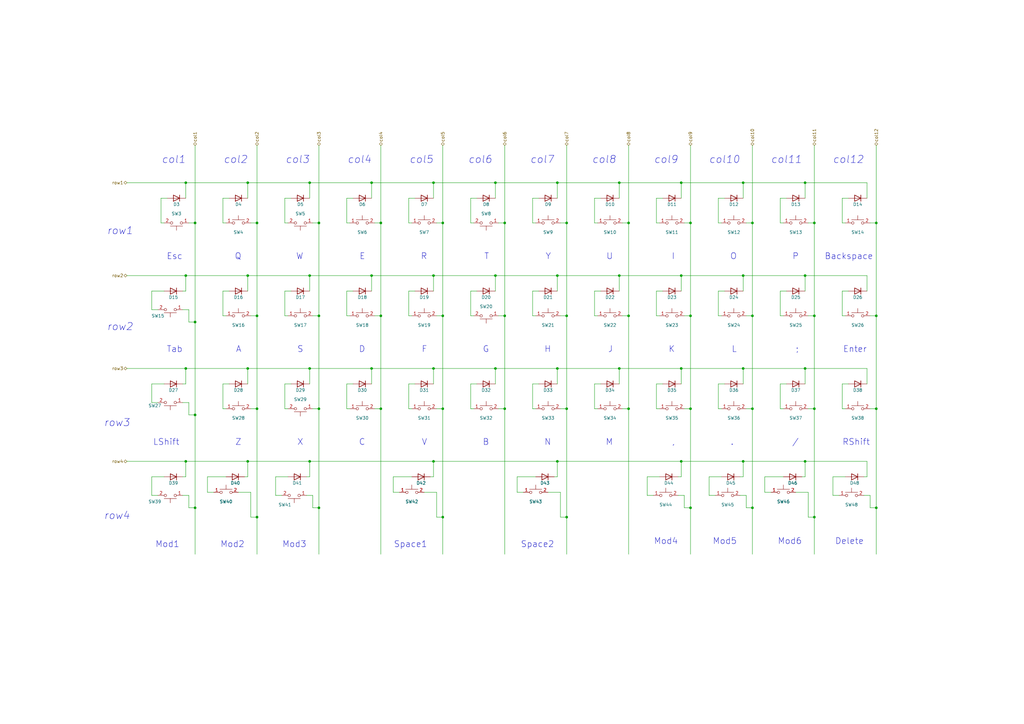
<source format=kicad_sch>
(kicad_sch (version 20211123) (generator eeschema)
  (paper "A3")
  (junction (at 232.41 91.44))
  (junction (at 254 74.93))
  (junction (at 304.8 189.23))
  (junction (at 228.6 74.93))
  (junction (at 80.01 170.18))
  (junction (at 228.6 113.03))
  (junction (at 101.6 189.23))
  (junction (at 279.4 151.13))
  (junction (at 254 151.13))
  (junction (at 232.41 167.64))
  (junction (at 105.41 167.64))
  (junction (at 257.81 129.54))
  (junction (at 279.4 189.23))
  (junction (at 232.41 129.54))
  (junction (at 304.8 74.93))
  (junction (at 203.2 113.03))
  (junction (at 105.41 91.44))
  (junction (at 228.6 189.23))
  (junction (at 181.61 91.44))
  (junction (at 152.4 113.03))
  (junction (at 254 113.03))
  (junction (at 228.6 151.13))
  (junction (at 177.8 74.93))
  (junction (at 257.81 91.44))
  (junction (at 177.8 113.03))
  (junction (at 308.61 167.64))
  (junction (at 359.41 91.44))
  (junction (at 156.21 129.54))
  (junction (at 359.41 208.28))
  (junction (at 334.01 167.64))
  (junction (at 181.61 129.54))
  (junction (at 76.2 74.93))
  (junction (at 177.8 151.13))
  (junction (at 156.21 167.64))
  (junction (at 181.61 167.64))
  (junction (at 334.01 91.44))
  (junction (at 308.61 129.54))
  (junction (at 127 74.93))
  (junction (at 130.81 167.64))
  (junction (at 283.21 91.44))
  (junction (at 330.2 151.13))
  (junction (at 76.2 113.03))
  (junction (at 308.61 91.44))
  (junction (at 279.4 113.03))
  (junction (at 330.2 189.23))
  (junction (at 334.01 129.54))
  (junction (at 203.2 151.13))
  (junction (at 283.21 167.64))
  (junction (at 130.81 208.28))
  (junction (at 80.01 91.44))
  (junction (at 330.2 74.93))
  (junction (at 257.81 167.64))
  (junction (at 152.4 74.93))
  (junction (at 279.4 74.93))
  (junction (at 101.6 74.93))
  (junction (at 76.2 151.13))
  (junction (at 156.21 91.44))
  (junction (at 130.81 91.44))
  (junction (at 127 189.23))
  (junction (at 207.01 129.54))
  (junction (at 308.61 208.28))
  (junction (at 127 113.03))
  (junction (at 207.01 91.44))
  (junction (at 359.41 129.54))
  (junction (at 101.6 151.13))
  (junction (at 304.8 151.13))
  (junction (at 203.2 74.93))
  (junction (at 80.01 208.28))
  (junction (at 101.6 113.03))
  (junction (at 207.01 167.64))
  (junction (at 304.8 113.03))
  (junction (at 177.8 189.23))
  (junction (at 127 151.13))
  (junction (at 283.21 129.54))
  (junction (at 283.21 208.28))
  (junction (at 105.41 129.54))
  (junction (at 76.2 189.23))
  (junction (at 130.81 129.54))
  (junction (at 80.01 132.08))
  (junction (at 330.2 113.03))
  (junction (at 232.41 212.09))
  (junction (at 152.4 151.13))
  (junction (at 334.01 212.09))
  (junction (at 359.41 167.64))
  (junction (at 181.61 212.09))
  (junction (at 105.41 212.09))
  (wire (pts (xy 91.44 129.54) (xy 92.71 129.54)))
  (wire (pts (xy 306.07 91.44) (xy 308.61 91.44)))
  (wire (pts (xy 269.24 81.28) (xy 269.24 91.44)))
  (wire (pts (xy 101.6 74.93) (xy 101.6 81.28)))
  (wire (pts (xy 243.84 129.54) (xy 245.11 129.54)))
  (wire (pts (xy 93.98 119.38) (xy 91.44 119.38)))
  (wire (pts (xy 304.8 151.13) (xy 330.2 151.13)))
  (wire (pts (xy 152.4 74.93) (xy 177.8 74.93)))
  (wire (pts (xy 130.81 129.54) (xy 130.81 167.64)))
  (wire (pts (xy 76.2 74.93) (xy 101.6 74.93)))
  (wire (pts (xy 207.01 129.54) (xy 207.01 167.64)))
  (wire (pts (xy 279.4 74.93) (xy 279.4 81.28)))
  (wire (pts (xy 161.29 195.58) (xy 161.29 201.93)))
  (wire (pts (xy 220.98 81.28) (xy 218.44 81.28)))
  (wire (pts (xy 113.03 195.58) (xy 113.03 203.2)))
  (wire (pts (xy 127 151.13) (xy 152.4 151.13)))
  (wire (pts (xy 330.2 151.13) (xy 330.2 157.48)))
  (wire (pts (xy 331.47 201.93) (xy 331.47 212.09)))
  (wire (pts (xy 279.4 151.13) (xy 304.8 151.13)))
  (wire (pts (xy 67.31 119.38) (xy 62.23 119.38)))
  (wire (pts (xy 303.53 203.2) (xy 306.07 203.2)))
  (wire (pts (xy 218.44 167.64) (xy 219.71 167.64)))
  (wire (pts (xy 356.87 129.54) (xy 359.41 129.54)))
  (wire (pts (xy 105.41 167.64) (xy 105.41 212.09)))
  (wire (pts (xy 179.07 212.09) (xy 181.61 212.09)))
  (wire (pts (xy 177.8 151.13) (xy 177.8 157.48)))
  (wire (pts (xy 152.4 74.93) (xy 152.4 81.28)))
  (wire (pts (xy 331.47 91.44) (xy 334.01 91.44)))
  (wire (pts (xy 105.41 59.69) (xy 105.41 91.44)))
  (wire (pts (xy 254 113.03) (xy 254 119.38)))
  (wire (pts (xy 320.04 91.44) (xy 321.31 91.44)))
  (wire (pts (xy 218.44 119.38) (xy 218.44 129.54)))
  (wire (pts (xy 76.2 113.03) (xy 101.6 113.03)))
  (wire (pts (xy 152.4 113.03) (xy 152.4 119.38)))
  (wire (pts (xy 167.64 119.38) (xy 167.64 129.54)))
  (wire (pts (xy 203.2 74.93) (xy 228.6 74.93)))
  (wire (pts (xy 116.84 129.54) (xy 118.11 129.54)))
  (wire (pts (xy 144.78 157.48) (xy 142.24 157.48)))
  (wire (pts (xy 232.41 129.54) (xy 232.41 167.64)))
  (wire (pts (xy 74.93 195.58) (xy 76.2 195.58)))
  (wire (pts (xy 356.87 208.28) (xy 359.41 208.28)))
  (wire (pts (xy 334.01 129.54) (xy 334.01 167.64)))
  (wire (pts (xy 330.2 189.23) (xy 355.6 189.23)))
  (wire (pts (xy 224.79 201.93) (xy 229.87 201.93)))
  (wire (pts (xy 76.2 151.13) (xy 101.6 151.13)))
  (wire (pts (xy 101.6 113.03) (xy 101.6 119.38)))
  (wire (pts (xy 193.04 91.44) (xy 194.31 91.44)))
  (wire (pts (xy 130.81 59.69) (xy 130.81 91.44)))
  (wire (pts (xy 119.38 119.38) (xy 116.84 119.38)))
  (wire (pts (xy 102.87 201.93) (xy 102.87 212.09)))
  (wire (pts (xy 303.53 195.58) (xy 304.8 195.58)))
  (wire (pts (xy 359.41 208.28) (xy 359.41 227.33)))
  (wire (pts (xy 128.27 129.54) (xy 130.81 129.54)))
  (wire (pts (xy 80.01 170.18) (xy 80.01 208.28)))
  (wire (pts (xy 168.91 195.58) (xy 161.29 195.58)))
  (wire (pts (xy 331.47 212.09) (xy 334.01 212.09)))
  (wire (pts (xy 269.24 119.38) (xy 269.24 129.54)))
  (wire (pts (xy 203.2 113.03) (xy 228.6 113.03)))
  (wire (pts (xy 193.04 129.54) (xy 194.31 129.54)))
  (wire (pts (xy 116.84 91.44) (xy 118.11 91.44)))
  (wire (pts (xy 74.93 203.2) (xy 77.47 203.2)))
  (wire (pts (xy 156.21 91.44) (xy 156.21 129.54)))
  (wire (pts (xy 347.98 157.48) (xy 345.44 157.48)))
  (wire (pts (xy 330.2 151.13) (xy 355.6 151.13)))
  (wire (pts (xy 80.01 91.44) (xy 80.01 132.08)))
  (wire (pts (xy 345.44 81.28) (xy 345.44 91.44)))
  (wire (pts (xy 156.21 167.64) (xy 156.21 227.33)))
  (wire (pts (xy 91.44 81.28) (xy 91.44 91.44)))
  (wire (pts (xy 195.58 81.28) (xy 193.04 81.28)))
  (wire (pts (xy 308.61 208.28) (xy 308.61 227.33)))
  (wire (pts (xy 359.41 91.44) (xy 359.41 129.54)))
  (wire (pts (xy 227.33 195.58) (xy 228.6 195.58)))
  (wire (pts (xy 128.27 208.28) (xy 130.81 208.28)))
  (wire (pts (xy 161.29 201.93) (xy 163.83 201.93)))
  (wire (pts (xy 193.04 157.48) (xy 193.04 167.64)))
  (wire (pts (xy 167.64 129.54) (xy 168.91 129.54)))
  (wire (pts (xy 306.07 167.64) (xy 308.61 167.64)))
  (wire (pts (xy 181.61 167.64) (xy 181.61 212.09)))
  (wire (pts (xy 176.53 195.58) (xy 177.8 195.58)))
  (wire (pts (xy 304.8 151.13) (xy 304.8 157.48)))
  (wire (pts (xy 125.73 195.58) (xy 127 195.58)))
  (wire (pts (xy 304.8 113.03) (xy 304.8 119.38)))
  (wire (pts (xy 177.8 195.58) (xy 177.8 189.23)))
  (wire (pts (xy 269.24 157.48) (xy 269.24 167.64)))
  (wire (pts (xy 345.44 129.54) (xy 346.71 129.54)))
  (wire (pts (xy 128.27 167.64) (xy 130.81 167.64)))
  (wire (pts (xy 359.41 129.54) (xy 359.41 167.64)))
  (wire (pts (xy 232.41 59.69) (xy 232.41 91.44)))
  (wire (pts (xy 321.31 195.58) (xy 313.69 195.58)))
  (wire (pts (xy 116.84 119.38) (xy 116.84 129.54)))
  (wire (pts (xy 283.21 208.28) (xy 283.21 227.33)))
  (wire (pts (xy 52.07 113.03) (xy 76.2 113.03)))
  (wire (pts (xy 246.38 157.48) (xy 243.84 157.48)))
  (wire (pts (xy 257.81 91.44) (xy 257.81 129.54)))
  (wire (pts (xy 102.87 212.09) (xy 105.41 212.09)))
  (wire (pts (xy 345.44 157.48) (xy 345.44 167.64)))
  (wire (pts (xy 347.98 119.38) (xy 345.44 119.38)))
  (wire (pts (xy 181.61 129.54) (xy 181.61 167.64)))
  (wire (pts (xy 144.78 81.28) (xy 142.24 81.28)))
  (wire (pts (xy 91.44 91.44) (xy 92.71 91.44)))
  (wire (pts (xy 170.18 119.38) (xy 167.64 119.38)))
  (wire (pts (xy 203.2 151.13) (xy 228.6 151.13)))
  (wire (pts (xy 297.18 119.38) (xy 294.64 119.38)))
  (wire (pts (xy 354.33 203.2) (xy 356.87 203.2)))
  (wire (pts (xy 130.81 208.28) (xy 130.81 227.33)))
  (wire (pts (xy 74.93 119.38) (xy 76.2 119.38)))
  (wire (pts (xy 152.4 151.13) (xy 177.8 151.13)))
  (wire (pts (xy 66.04 81.28) (xy 66.04 91.44)))
  (wire (pts (xy 308.61 167.64) (xy 308.61 208.28)))
  (wire (pts (xy 204.47 167.64) (xy 207.01 167.64)))
  (wire (pts (xy 308.61 129.54) (xy 308.61 167.64)))
  (wire (pts (xy 355.6 195.58) (xy 355.6 189.23)))
  (wire (pts (xy 101.6 113.03) (xy 127 113.03)))
  (wire (pts (xy 294.64 167.64) (xy 295.91 167.64)))
  (wire (pts (xy 294.64 119.38) (xy 294.64 129.54)))
  (wire (pts (xy 220.98 157.48) (xy 218.44 157.48)))
  (wire (pts (xy 255.27 91.44) (xy 257.81 91.44)))
  (wire (pts (xy 232.41 167.64) (xy 232.41 212.09)))
  (wire (pts (xy 128.27 203.2) (xy 128.27 208.28)))
  (wire (pts (xy 128.27 91.44) (xy 130.81 91.44)))
  (wire (pts (xy 52.07 74.93) (xy 76.2 74.93)))
  (wire (pts (xy 113.03 203.2) (xy 115.57 203.2)))
  (wire (pts (xy 283.21 91.44) (xy 283.21 129.54)))
  (wire (pts (xy 290.83 195.58) (xy 290.83 203.2)))
  (wire (pts (xy 219.71 195.58) (xy 212.09 195.58)))
  (wire (pts (xy 130.81 167.64) (xy 130.81 208.28)))
  (wire (pts (xy 77.47 208.28) (xy 80.01 208.28)))
  (wire (pts (xy 62.23 127) (xy 64.77 127)))
  (wire (pts (xy 153.67 129.54) (xy 156.21 129.54)))
  (wire (pts (xy 313.69 201.93) (xy 316.23 201.93)))
  (wire (pts (xy 203.2 113.03) (xy 203.2 119.38)))
  (wire (pts (xy 356.87 203.2) (xy 356.87 208.28)))
  (wire (pts (xy 308.61 91.44) (xy 308.61 129.54)))
  (wire (pts (xy 127 74.93) (xy 127 81.28)))
  (wire (pts (xy 328.93 195.58) (xy 330.2 195.58)))
  (wire (pts (xy 228.6 113.03) (xy 254 113.03)))
  (wire (pts (xy 306.07 203.2) (xy 306.07 208.28)))
  (wire (pts (xy 229.87 129.54) (xy 232.41 129.54)))
  (wire (pts (xy 177.8 151.13) (xy 203.2 151.13)))
  (wire (pts (xy 271.78 157.48) (xy 269.24 157.48)))
  (wire (pts (xy 330.2 113.03) (xy 330.2 119.38)))
  (wire (pts (xy 355.6 151.13) (xy 355.6 157.48)))
  (wire (pts (xy 290.83 203.2) (xy 293.37 203.2)))
  (wire (pts (xy 142.24 167.64) (xy 143.51 167.64)))
  (wire (pts (xy 229.87 91.44) (xy 232.41 91.44)))
  (wire (pts (xy 167.64 167.64) (xy 168.91 167.64)))
  (wire (pts (xy 359.41 59.69) (xy 359.41 91.44)))
  (wire (pts (xy 67.31 157.48) (xy 62.23 157.48)))
  (wire (pts (xy 331.47 129.54) (xy 334.01 129.54)))
  (wire (pts (xy 228.6 151.13) (xy 254 151.13)))
  (wire (pts (xy 76.2 157.48) (xy 76.2 151.13)))
  (wire (pts (xy 297.18 81.28) (xy 294.64 81.28)))
  (wire (pts (xy 243.84 91.44) (xy 245.11 91.44)))
  (wire (pts (xy 280.67 203.2) (xy 280.67 208.28)))
  (wire (pts (xy 179.07 129.54) (xy 181.61 129.54)))
  (wire (pts (xy 330.2 74.93) (xy 355.6 74.93)))
  (wire (pts (xy 142.24 119.38) (xy 142.24 129.54)))
  (wire (pts (xy 313.69 195.58) (xy 313.69 201.93)))
  (wire (pts (xy 62.23 165.1) (xy 64.77 165.1)))
  (wire (pts (xy 254 151.13) (xy 279.4 151.13)))
  (wire (pts (xy 77.47 203.2) (xy 77.47 208.28)))
  (wire (pts (xy 228.6 113.03) (xy 228.6 119.38)))
  (wire (pts (xy 218.44 81.28) (xy 218.44 91.44)))
  (wire (pts (xy 105.41 129.54) (xy 105.41 167.64)))
  (wire (pts (xy 347.98 81.28) (xy 345.44 81.28)))
  (wire (pts (xy 101.6 189.23) (xy 127 189.23)))
  (wire (pts (xy 341.63 203.2) (xy 344.17 203.2)))
  (wire (pts (xy 97.79 201.93) (xy 102.87 201.93)))
  (wire (pts (xy 278.13 203.2) (xy 280.67 203.2)))
  (wire (pts (xy 212.09 195.58) (xy 212.09 201.93)))
  (wire (pts (xy 102.87 129.54) (xy 105.41 129.54)))
  (wire (pts (xy 279.4 74.93) (xy 304.8 74.93)))
  (wire (pts (xy 193.04 167.64) (xy 194.31 167.64)))
  (wire (pts (xy 91.44 119.38) (xy 91.44 129.54)))
  (wire (pts (xy 345.44 119.38) (xy 345.44 129.54)))
  (wire (pts (xy 105.41 212.09) (xy 105.41 227.33)))
  (wire (pts (xy 77.47 91.44) (xy 80.01 91.44)))
  (wire (pts (xy 243.84 81.28) (xy 243.84 91.44)))
  (wire (pts (xy 346.71 195.58) (xy 341.63 195.58)))
  (wire (pts (xy 52.07 189.23) (xy 76.2 189.23)))
  (wire (pts (xy 269.24 91.44) (xy 270.51 91.44)))
  (wire (pts (xy 320.04 129.54) (xy 321.31 129.54)))
  (wire (pts (xy 283.21 59.69) (xy 283.21 91.44)))
  (wire (pts (xy 271.78 81.28) (xy 269.24 81.28)))
  (wire (pts (xy 334.01 59.69) (xy 334.01 91.44)))
  (wire (pts (xy 181.61 59.69) (xy 181.61 91.44)))
  (wire (pts (xy 229.87 201.93) (xy 229.87 212.09)))
  (wire (pts (xy 232.41 212.09) (xy 232.41 227.33)))
  (wire (pts (xy 179.07 201.93) (xy 179.07 212.09)))
  (wire (pts (xy 156.21 129.54) (xy 156.21 167.64)))
  (wire (pts (xy 67.31 195.58) (xy 62.23 195.58)))
  (wire (pts (xy 294.64 157.48) (xy 294.64 167.64)))
  (wire (pts (xy 280.67 91.44) (xy 283.21 91.44)))
  (wire (pts (xy 270.51 195.58) (xy 265.43 195.58)))
  (wire (pts (xy 254 74.93) (xy 279.4 74.93)))
  (wire (pts (xy 320.04 157.48) (xy 320.04 167.64)))
  (wire (pts (xy 271.78 119.38) (xy 269.24 119.38)))
  (wire (pts (xy 295.91 195.58) (xy 290.83 195.58)))
  (wire (pts (xy 170.18 81.28) (xy 167.64 81.28)))
  (wire (pts (xy 203.2 151.13) (xy 203.2 157.48)))
  (wire (pts (xy 77.47 132.08) (xy 80.01 132.08)))
  (wire (pts (xy 269.24 167.64) (xy 270.51 167.64)))
  (wire (pts (xy 177.8 113.03) (xy 177.8 119.38)))
  (wire (pts (xy 334.01 167.64) (xy 334.01 212.09)))
  (wire (pts (xy 334.01 91.44) (xy 334.01 129.54)))
  (wire (pts (xy 177.8 189.23) (xy 228.6 189.23)))
  (wire (pts (xy 142.24 91.44) (xy 143.51 91.44)))
  (wire (pts (xy 265.43 195.58) (xy 265.43 203.2)))
  (wire (pts (xy 278.13 195.58) (xy 279.4 195.58)))
  (wire (pts (xy 80.01 208.28) (xy 80.01 227.33)))
  (wire (pts (xy 228.6 195.58) (xy 228.6 189.23)))
  (wire (pts (xy 304.8 74.93) (xy 304.8 81.28)))
  (wire (pts (xy 294.64 81.28) (xy 294.64 91.44)))
  (wire (pts (xy 116.84 81.28) (xy 116.84 91.44)))
  (wire (pts (xy 345.44 167.64) (xy 346.71 167.64)))
  (wire (pts (xy 326.39 201.93) (xy 331.47 201.93)))
  (wire (pts (xy 179.07 167.64) (xy 181.61 167.64)))
  (wire (pts (xy 322.58 119.38) (xy 320.04 119.38)))
  (wire (pts (xy 130.81 91.44) (xy 130.81 129.54)))
  (wire (pts (xy 101.6 151.13) (xy 127 151.13)))
  (wire (pts (xy 280.67 208.28) (xy 283.21 208.28)))
  (wire (pts (xy 92.71 195.58) (xy 85.09 195.58)))
  (wire (pts (xy 355.6 113.03) (xy 355.6 119.38)))
  (wire (pts (xy 102.87 167.64) (xy 105.41 167.64)))
  (wire (pts (xy 279.4 151.13) (xy 279.4 157.48)))
  (wire (pts (xy 119.38 81.28) (xy 116.84 81.28)))
  (wire (pts (xy 91.44 157.48) (xy 91.44 167.64)))
  (wire (pts (xy 330.2 195.58) (xy 330.2 189.23)))
  (wire (pts (xy 207.01 167.64) (xy 207.01 227.33)))
  (wire (pts (xy 142.24 157.48) (xy 142.24 167.64)))
  (wire (pts (xy 76.2 189.23) (xy 101.6 189.23)))
  (wire (pts (xy 101.6 151.13) (xy 101.6 157.48)))
  (wire (pts (xy 85.09 201.93) (xy 87.63 201.93)))
  (wire (pts (xy 102.87 91.44) (xy 105.41 91.44)))
  (wire (pts (xy 152.4 151.13) (xy 152.4 157.48)))
  (wire (pts (xy 320.04 119.38) (xy 320.04 129.54)))
  (wire (pts (xy 105.41 91.44) (xy 105.41 129.54)))
  (wire (pts (xy 177.8 74.93) (xy 177.8 81.28)))
  (wire (pts (xy 177.8 74.93) (xy 203.2 74.93)))
  (wire (pts (xy 283.21 129.54) (xy 283.21 167.64)))
  (wire (pts (xy 127 189.23) (xy 177.8 189.23)))
  (wire (pts (xy 125.73 203.2) (xy 128.27 203.2)))
  (wire (pts (xy 181.61 91.44) (xy 181.61 129.54)))
  (wire (pts (xy 74.93 127) (xy 77.47 127)))
  (wire (pts (xy 167.64 91.44) (xy 168.91 91.44)))
  (wire (pts (xy 254 151.13) (xy 254 157.48)))
  (wire (pts (xy 177.8 113.03) (xy 203.2 113.03)))
  (wire (pts (xy 193.04 119.38) (xy 193.04 129.54)))
  (wire (pts (xy 280.67 167.64) (xy 283.21 167.64)))
  (wire (pts (xy 127 113.03) (xy 152.4 113.03)))
  (wire (pts (xy 118.11 195.58) (xy 113.03 195.58)))
  (wire (pts (xy 359.41 167.64) (xy 359.41 208.28)))
  (wire (pts (xy 304.8 189.23) (xy 330.2 189.23)))
  (wire (pts (xy 204.47 91.44) (xy 207.01 91.44)))
  (wire (pts (xy 297.18 157.48) (xy 294.64 157.48)))
  (wire (pts (xy 93.98 81.28) (xy 91.44 81.28)))
  (wire (pts (xy 204.47 129.54) (xy 207.01 129.54)))
  (wire (pts (xy 76.2 74.93) (xy 76.2 81.28)))
  (wire (pts (xy 152.4 113.03) (xy 177.8 113.03)))
  (wire (pts (xy 179.07 91.44) (xy 181.61 91.44)))
  (wire (pts (xy 93.98 157.48) (xy 91.44 157.48)))
  (wire (pts (xy 320.04 167.64) (xy 321.31 167.64)))
  (wire (pts (xy 257.81 167.64) (xy 257.81 227.33)))
  (wire (pts (xy 228.6 189.23) (xy 279.4 189.23)))
  (wire (pts (xy 228.6 151.13) (xy 228.6 157.48)))
  (wire (pts (xy 269.24 129.54) (xy 270.51 129.54)))
  (wire (pts (xy 74.93 157.48) (xy 76.2 157.48)))
  (wire (pts (xy 220.98 119.38) (xy 218.44 119.38)))
  (wire (pts (xy 304.8 195.58) (xy 304.8 189.23)))
  (wire (pts (xy 218.44 91.44) (xy 219.71 91.44)))
  (wire (pts (xy 74.93 165.1) (xy 77.47 165.1)))
  (wire (pts (xy 153.67 167.64) (xy 156.21 167.64)))
  (wire (pts (xy 355.6 74.93) (xy 355.6 81.28)))
  (wire (pts (xy 320.04 81.28) (xy 320.04 91.44)))
  (wire (pts (xy 116.84 167.64) (xy 118.11 167.64)))
  (wire (pts (xy 330.2 113.03) (xy 355.6 113.03)))
  (wire (pts (xy 218.44 157.48) (xy 218.44 167.64)))
  (wire (pts (xy 127 151.13) (xy 127 157.48)))
  (wire (pts (xy 228.6 74.93) (xy 254 74.93)))
  (wire (pts (xy 52.07 151.13) (xy 76.2 151.13)))
  (wire (pts (xy 341.63 195.58) (xy 341.63 203.2)))
  (wire (pts (xy 142.24 129.54) (xy 143.51 129.54)))
  (wire (pts (xy 257.81 59.69) (xy 257.81 91.44)))
  (wire (pts (xy 334.01 212.09) (xy 334.01 227.33)))
  (wire (pts (xy 304.8 74.93) (xy 330.2 74.93)))
  (wire (pts (xy 229.87 167.64) (xy 232.41 167.64)))
  (wire (pts (xy 127 195.58) (xy 127 189.23)))
  (wire (pts (xy 100.33 195.58) (xy 101.6 195.58)))
  (wire (pts (xy 80.01 59.69) (xy 80.01 91.44)))
  (wire (pts (xy 167.64 157.48) (xy 167.64 167.64)))
  (wire (pts (xy 354.33 195.58) (xy 355.6 195.58)))
  (wire (pts (xy 322.58 81.28) (xy 320.04 81.28)))
  (wire (pts (xy 144.78 119.38) (xy 142.24 119.38)))
  (wire (pts (xy 306.07 129.54) (xy 308.61 129.54)))
  (wire (pts (xy 279.4 113.03) (xy 304.8 113.03)))
  (wire (pts (xy 170.18 157.48) (xy 167.64 157.48)))
  (wire (pts (xy 279.4 195.58) (xy 279.4 189.23)))
  (wire (pts (xy 218.44 129.54) (xy 219.71 129.54)))
  (wire (pts (xy 76.2 119.38) (xy 76.2 113.03)))
  (wire (pts (xy 77.47 165.1) (xy 77.47 170.18)))
  (wire (pts (xy 62.23 195.58) (xy 62.23 203.2)))
  (wire (pts (xy 101.6 74.93) (xy 127 74.93)))
  (wire (pts (xy 257.81 129.54) (xy 257.81 167.64)))
  (wire (pts (xy 255.27 129.54) (xy 257.81 129.54)))
  (wire (pts (xy 294.64 91.44) (xy 295.91 91.44)))
  (wire (pts (xy 62.23 119.38) (xy 62.23 127)))
  (wire (pts (xy 304.8 113.03) (xy 330.2 113.03)))
  (wire (pts (xy 193.04 81.28) (xy 193.04 91.44)))
  (wire (pts (xy 228.6 74.93) (xy 228.6 81.28)))
  (wire (pts (xy 62.23 203.2) (xy 64.77 203.2)))
  (wire (pts (xy 142.24 81.28) (xy 142.24 91.44)))
  (wire (pts (xy 91.44 167.64) (xy 92.71 167.64)))
  (wire (pts (xy 255.27 167.64) (xy 257.81 167.64)))
  (wire (pts (xy 246.38 81.28) (xy 243.84 81.28)))
  (wire (pts (xy 127 113.03) (xy 127 119.38)))
  (wire (pts (xy 156.21 59.69) (xy 156.21 91.44)))
  (wire (pts (xy 66.04 91.44) (xy 67.31 91.44)))
  (wire (pts (xy 101.6 195.58) (xy 101.6 189.23)))
  (wire (pts (xy 279.4 189.23) (xy 304.8 189.23)))
  (wire (pts (xy 232.41 91.44) (xy 232.41 129.54)))
  (wire (pts (xy 195.58 157.48) (xy 193.04 157.48)))
  (wire (pts (xy 207.01 91.44) (xy 207.01 129.54)))
  (wire (pts (xy 356.87 91.44) (xy 359.41 91.44)))
  (wire (pts (xy 167.64 81.28) (xy 167.64 91.44)))
  (wire (pts (xy 246.38 119.38) (xy 243.84 119.38)))
  (wire (pts (xy 308.61 59.69) (xy 308.61 91.44)))
  (wire (pts (xy 254 74.93) (xy 254 81.28)))
  (wire (pts (xy 173.99 201.93) (xy 179.07 201.93)))
  (wire (pts (xy 254 113.03) (xy 279.4 113.03)))
  (wire (pts (xy 207.01 59.69) (xy 207.01 91.44)))
  (wire (pts (xy 243.84 157.48) (xy 243.84 167.64)))
  (wire (pts (xy 306.07 208.28) (xy 308.61 208.28)))
  (wire (pts (xy 294.64 129.54) (xy 295.91 129.54)))
  (wire (pts (xy 80.01 132.08) (xy 80.01 170.18)))
  (wire (pts (xy 212.09 201.93) (xy 214.63 201.93)))
  (wire (pts (xy 195.58 119.38) (xy 193.04 119.38)))
  (wire (pts (xy 116.84 157.48) (xy 116.84 167.64)))
  (wire (pts (xy 243.84 119.38) (xy 243.84 129.54)))
  (wire (pts (xy 76.2 195.58) (xy 76.2 189.23)))
  (wire (pts (xy 119.38 157.48) (xy 116.84 157.48)))
  (wire (pts (xy 283.21 167.64) (xy 283.21 208.28)))
  (wire (pts (xy 181.61 212.09) (xy 181.61 227.33)))
  (wire (pts (xy 331.47 167.64) (xy 334.01 167.64)))
  (wire (pts (xy 356.87 167.64) (xy 359.41 167.64)))
  (wire (pts (xy 127 74.93) (xy 152.4 74.93)))
  (wire (pts (xy 280.67 129.54) (xy 283.21 129.54)))
  (wire (pts (xy 68.58 81.28) (xy 66.04 81.28)))
  (wire (pts (xy 265.43 203.2) (xy 267.97 203.2)))
  (wire (pts (xy 77.47 127) (xy 77.47 132.08)))
  (wire (pts (xy 153.67 91.44) (xy 156.21 91.44)))
  (wire (pts (xy 345.44 91.44) (xy 346.71 91.44)))
  (wire (pts (xy 62.23 157.48) (xy 62.23 165.1)))
  (wire (pts (xy 243.84 167.64) (xy 245.11 167.64)))
  (wire (pts (xy 85.09 195.58) (xy 85.09 201.93)))
  (wire (pts (xy 279.4 113.03) (xy 279.4 119.38)))
  (wire (pts (xy 330.2 74.93) (xy 330.2 81.28)))
  (wire (pts (xy 322.58 157.48) (xy 320.04 157.48)))
  (wire (pts (xy 203.2 74.93) (xy 203.2 81.28)))
  (wire (pts (xy 229.87 212.09) (xy 232.41 212.09)))
  (wire (pts (xy 77.47 170.18) (xy 80.01 170.18)))
  (text "Backspace" (at 358.14 106.68 180) (effects (font (size 2.5 2.5)) (justify right bottom)))
  (text "col7" (at 227.33 67.31 180) (effects (font (size 3 3) italic) (justify right bottom)))
  (text "." (at 300.99 182.88 180) (effects (font (size 2.5 2.5)) (justify right bottom)))
  (text "D" (at 149.86 144.78 180) (effects (font (size 2.5 2.5)) (justify right bottom)))
  (text "S" (at 124.46 144.78 180) (effects (font (size 2.5 2.5)) (justify right bottom)))
  (text "col8" (at 252.73 67.31 180) (effects (font (size 3 3) italic) (justify right bottom)))
  (text "L" (at 302.26 144.78 180) (effects (font (size 2.5 2.5)) (justify right bottom)))
  (text "col9" (at 278.13 67.31 180) (effects (font (size 3 3) italic) (justify right bottom)))
  (text "Mod1" (at 73.66 224.79 180) (effects (font (size 2.5 2.5)) (justify right bottom)))
  (text "col12" (at 354.33 67.31 180) (effects (font (size 3 3) italic) (justify right bottom)))
  (text "K" (at 276.86 144.78 180) (effects (font (size 2.5 2.5)) (justify right bottom)))
  (text ";" (at 327.66 144.78 180) (effects (font (size 2.5 2.5)) (justify right bottom)))
  (text "col2" (at 101.6 67.31 180) (effects (font (size 3 3) italic) (justify right bottom)))
  (text "M" (at 251.46 182.88 180) (effects (font (size 2.5 2.5)) (justify right bottom)))
  (text "Y" (at 226.06 106.68 180) (effects (font (size 2.5 2.5)) (justify right bottom)))
  (text "Space2" (at 227.33 224.79 180) (effects (font (size 2.5 2.5)) (justify right bottom)))
  (text "Mod5" (at 302.26 223.52 180) (effects (font (size 2.5 2.5)) (justify right bottom)))
  (text "Tab" (at 74.93 144.78 180) (effects (font (size 2.5 2.5)) (justify right bottom)))
  (text "col11" (at 328.93 67.31 180) (effects (font (size 3 3) italic) (justify right bottom)))
  (text "R" (at 175.26 106.68 180) (effects (font (size 2.5 2.5)) (justify right bottom)))
  (text "P" (at 327.66 106.68 180) (effects (font (size 2.5 2.5)) (justify right bottom)))
  (text "C" (at 149.86 182.88 180) (effects (font (size 2.5 2.5)) (justify right bottom)))
  (text "LShift" (at 73.66 182.88 180) (effects (font (size 2.5 2.5)) (justify right bottom)))
  (text "row2" (at 54.61 135.89 180) (effects (font (size 3 3) italic) (justify right bottom)))
  (text "Mod4" (at 278.13 223.52 180) (effects (font (size 2.5 2.5)) (justify right bottom)))
  (text "X" (at 124.46 182.88 180) (effects (font (size 2.5 2.5)) (justify right bottom)))
  (text "Mod2" (at 100.33 224.79 180) (effects (font (size 2.5 2.5)) (justify right bottom)))
  (text "N" (at 226.06 182.88 180) (effects (font (size 2.5 2.5)) (justify right bottom)))
  (text "col5" (at 177.8 67.31 180) (effects (font (size 3 3) italic) (justify right bottom)))
  (text "V" (at 175.26 182.88 180) (effects (font (size 2.5 2.5)) (justify right bottom)))
  (text "Delete" (at 354.33 223.52 180) (effects (font (size 2.5 2.5)) (justify right bottom)))
  (text "G" (at 200.66 144.78 180) (effects (font (size 2.5 2.5)) (justify right bottom)))
  (text "Mod6" (at 328.93 223.52 180) (effects (font (size 2.5 2.5)) (justify right bottom)))
  (text "A" (at 99.06 144.78 180) (effects (font (size 2.5 2.5)) (justify right bottom)))
  (text "col10" (at 303.53 67.31 180) (effects (font (size 3 3) italic) (justify right bottom)))
  (text "H" (at 226.06 144.78 180) (effects (font (size 2.5 2.5)) (justify right bottom)))
  (text "row3" (at 53.34 175.26 180) (effects (font (size 3 3) italic) (justify right bottom)))
  (text "Z" (at 99.06 182.88 180) (effects (font (size 2.5 2.5)) (justify right bottom)))
  (text "RShift" (at 356.87 182.88 180) (effects (font (size 2.5 2.5)) (justify right bottom)))
  (text "J" (at 251.46 144.78 180) (effects (font (size 2.5 2.5)) (justify right bottom)))
  (text "I" (at 276.86 106.68 180) (effects (font (size 2.5 2.5)) (justify right bottom)))
  (text "col1" (at 76.2 67.31 180) (effects (font (size 3 3) italic) (justify right bottom)))
  (text "U" (at 251.46 106.68 180) (effects (font (size 2.5 2.5)) (justify right bottom)))
  (text "B" (at 200.66 182.88 180) (effects (font (size 2.5 2.5)) (justify right bottom)))
  (text "Esc" (at 74.93 106.68 180) (effects (font (size 2.5 2.5)) (justify right bottom)))
  (text "col3" (at 127 67.31 180) (effects (font (size 3 3) italic) (justify right bottom)))
  (text "F" (at 175.26 144.78 180) (effects (font (size 2.5 2.5)) (justify right bottom)))
  (text "Q" (at 99.06 106.68 180) (effects (font (size 2.5 2.5)) (justify right bottom)))
  (text "T" (at 200.66 106.68 180) (effects (font (size 2.5 2.5)) (justify right bottom)))
  (text "col4" (at 152.4 67.31 180) (effects (font (size 3 3) italic) (justify right bottom)))
  (text "O" (at 302.26 106.68 180) (effects (font (size 2.5 2.5)) (justify right bottom)))
  (text "/" (at 327.66 182.88 180) (effects (font (size 2.5 2.5)) (justify right bottom)))
  (text "W" (at 124.46 106.68 180) (effects (font (size 2.5 2.5)) (justify right bottom)))
  (text "," (at 276.86 182.88 180) (effects (font (size 2.5 2.5)) (justify right bottom)))
  (text "row1" (at 54.61 96.52 180) (effects (font (size 3 3) italic) (justify right bottom)))
  (text "Enter" (at 355.6 144.78 180) (effects (font (size 2.5 2.5)) (justify right bottom)))
  (text "col6" (at 201.93 67.31 180) (effects (font (size 3 3) italic) (justify right bottom)))
  (text "Mod3" (at 125.73 224.79 180) (effects (font (size 2.5 2.5)) (justify right bottom)))
  (text "E" (at 149.86 106.68 180) (effects (font (size 2.5 2.5)) (justify right bottom)))
  (text "row4" (at 53.34 213.36 180) (effects (font (size 3 3) italic) (justify right bottom)))
  (text "Space1" (at 175.26 224.79 180) (effects (font (size 2.5 2.5)) (justify right bottom)))
  (hierarchical_label "row4" (shape bidirectional) (at 52.07 189.23 180))
  (hierarchical_label "col10" (shape bidirectional) (at 308.61 59.69 90))
  (hierarchical_label "col4" (shape bidirectional) (at 156.21 59.69 90))
  (hierarchical_label "col1" (shape bidirectional) (at 80.01 59.69 90))
  (hierarchical_label "row3" (shape bidirectional) (at 52.07 151.13 180))
  (hierarchical_label "col11" (shape bidirectional) (at 334.01 59.69 90))
  (hierarchical_label "row1" (shape bidirectional) (at 52.07 74.93 180))
  (hierarchical_label "col6" (shape bidirectional) (at 207.01 59.69 90))
  (hierarchical_label "col3" (shape bidirectional) (at 130.81 59.69 90))
  (hierarchical_label "col12" (shape bidirectional) (at 359.41 59.69 90))
  (hierarchical_label "col2" (shape bidirectional) (at 105.41 59.69 90))
  (hierarchical_label "col5" (shape bidirectional) (at 181.61 59.69 90))
  (hierarchical_label "row2" (shape bidirectional) (at 52.07 113.03 180))
  (hierarchical_label "col8" (shape bidirectional) (at 257.81 59.69 90))
  (hierarchical_label "col9" (shape bidirectional) (at 283.21 59.69 90))
  (hierarchical_label "col7" (shape bidirectional) (at 232.41 59.69 90))
  (symbol (lib_id "Diode:1N4148") (at 299.72 195.58 180) (unit 1)
    (property "Reference" "D45" (at 299.72 198.12 0))
    (property "Value" "1N4148" (effects hide))
    (property "Footprint" "Diode_SMD:D_0805_2012Metric" (effects hide))
    (property "Datasheet" "https://assets.nexperia.com/documents/data-sheet/1N4148_1N4448.pdf" (effects hide))
  )
  (symbol (lib_id "Diode:1N4148") (at 223.52 195.58 180) (unit 1)
    (property "Reference" "D43" (at 223.52 198.12 0))
    (property "Value" "1N4148" (effects hide))
    (property "Footprint" "Diode_SMD:D_0805_2012Metric" (effects hide))
    (property "Datasheet" "https://assets.nexperia.com/documents/data-sheet/1N4148_1N4448.pdf" (effects hide))
  )
  (symbol (lib_id "Diode:1N4148") (at 71.12 195.58 180) (unit 1)
    (property "Reference" "D39" (at 71.12 198.12 0))
    (property "Value" "1N4148" (effects hide))
    (property "Footprint" "Diode_SMD:D_0805_2012Metric" (effects hide))
    (property "Datasheet" "https://assets.nexperia.com/documents/data-sheet/1N4148_1N4448.pdf" (effects hide))
  )
  (symbol (lib_id "Diode:1N4148") (at 326.39 157.48 180) (unit 1)
    (property "Reference" "D37" (at 326.39 160.02 0))
    (property "Value" "1N4148" (effects hide))
    (property "Footprint" "Diode_SMD:D_0805_2012Metric" (effects hide))
    (property "Datasheet" "https://assets.nexperia.com/documents/data-sheet/1N4148_1N4448.pdf" (effects hide))
  )
  (symbol (lib_id "Switch:SW_Push") (at 123.19 167.64 180) (unit 1)
    (property "Reference" "SW29" (at 123.19 163.83 0))
    (property "Value" "SW_Push" (effects hide))
    (property "Footprint" "Switch_Keyboard_Hotswap_Kailh.pretty:SW_Hotswap_Kailh_MX" (effects hide))
  )
  (symbol (lib_id "Switch:SW_Push") (at 120.65 203.2 180) (unit 1)
    (property "Reference" "SW41" (at 116.84 207.01 0))
    (property "Value" "SW_Push" (effects hide))
    (property "Footprint" "Switch_Keyboard_Hotswap_Kailh.pretty:SW_Hotswap_Kailh_MX" (effects hide))
  )
  (symbol (lib_id "Diode:1N4148") (at 224.79 119.38 180) (unit 1)
    (property "Reference" "D21" (at 224.79 121.92 0))
    (property "Value" "1N4148" (effects hide))
    (property "Footprint" "Diode_SMD:D_0805_2012Metric" (effects hide))
    (property "Datasheet" "https://assets.nexperia.com/documents/data-sheet/1N4148_1N4448.pdf" (effects hide))
  )
  (symbol (lib_id "Diode:1N4148") (at 224.79 157.48 180) (unit 1)
    (property "Reference" "D33" (at 224.79 160.02 0))
    (property "Value" "1N4148" (effects hide))
    (property "Footprint" "Diode_SMD:D_0805_2012Metric" (effects hide))
    (property "Datasheet" "https://assets.nexperia.com/documents/data-sheet/1N4148_1N4448.pdf" (effects hide))
  )
  (symbol (lib_id "Diode:1N4148") (at 300.99 157.48 180) (unit 1)
    (property "Reference" "D36" (at 300.99 160.02 0))
    (property "Value" "1N4148" (effects hide))
    (property "Footprint" "Diode_SMD:D_0805_2012Metric" (effects hide))
    (property "Datasheet" "https://assets.nexperia.com/documents/data-sheet/1N4148_1N4448.pdf" (effects hide))
  )
  (symbol (lib_id "Diode:1N4148") (at 275.59 81.28 180) (unit 1)
    (property "Reference" "D11" (at 275.59 83.82 0))
    (property "Value" "1N4148" (effects hide))
    (property "Footprint" "Diode_SMD:D_0805_2012Metric" (effects hide))
    (property "Datasheet" "https://assets.nexperia.com/documents/data-sheet/1N4148_1N4448.pdf" (effects hide))
  )
  (symbol (lib_id "Diode:1N4148") (at 148.59 81.28 180) (unit 1)
    (property "Reference" "D6" (at 148.59 83.82 0))
    (property "Value" "1N4148" (effects hide))
    (property "Footprint" "Diode_SMD:D_0805_2012Metric" (effects hide))
    (property "Datasheet" "https://assets.nexperia.com/documents/data-sheet/1N4148_1N4448.pdf" (effects hide))
  )
  (symbol (lib_id "Diode:1N4148") (at 121.92 195.58 180) (unit 1)
    (property "Reference" "D41" (at 121.92 198.12 0))
    (property "Value" "1N4148" (effects hide))
    (property "Footprint" "Diode_SMD:D_0805_2012Metric" (effects hide))
    (property "Datasheet" "https://assets.nexperia.com/documents/data-sheet/1N4148_1N4448.pdf" (effects hide))
  )
  (symbol (lib_id "Switch:SW_Push") (at 199.39 167.64 0) (unit 1)
    (property "Reference" "SW32" (at 199.39 171.45 0))
    (property "Value" "SW_Push" (effects hide))
    (property "Footprint" "Switch_Keyboard_Hotswap_Kailh.pretty:SW_Hotswap_Kailh_MX" (effects hide))
  )
  (symbol (lib_id "Diode:1N4148") (at 199.39 81.28 180) (unit 1)
    (property "Reference" "D8" (at 199.39 83.82 0))
    (property "Value" "1N4148" (effects hide))
    (property "Footprint" "Diode_SMD:D_0805_2012Metric" (effects hide))
    (property "Datasheet" "https://assets.nexperia.com/documents/data-sheet/1N4148_1N4448.pdf" (effects hide))
  )
  (symbol (lib_id "Diode:1N4148") (at 351.79 119.38 180) (unit 1)
    (property "Reference" "D26" (at 351.79 121.92 0))
    (property "Value" "1N4148" (effects hide))
    (property "Footprint" "Diode_SMD:D_0805_2012Metric" (effects hide))
    (property "Datasheet" "https://assets.nexperia.com/documents/data-sheet/1N4148_1N4448.pdf" (effects hide))
  )
  (symbol (lib_id "Diode:1N4148") (at 250.19 119.38 180) (unit 1)
    (property "Reference" "D22" (at 250.19 121.92 0))
    (property "Value" "1N4148" (effects hide))
    (property "Footprint" "Diode_SMD:D_0805_2012Metric" (effects hide))
    (property "Datasheet" "https://assets.nexperia.com/documents/data-sheet/1N4148_1N4448.pdf" (effects hide))
  )
  (symbol (lib_id "Diode:1N4148") (at 97.79 157.48 180) (unit 1)
    (property "Reference" "D28" (at 97.79 160.02 0))
    (property "Value" "1N4148" (effects hide))
    (property "Footprint" "Diode_SMD:D_0805_2012Metric" (effects hide))
    (property "Datasheet" "https://assets.nexperia.com/documents/data-sheet/1N4148_1N4448.pdf" (effects hide))
  )
  (symbol (lib_id "Switch:SW_Push") (at 148.59 129.54 0) (unit 1)
    (property "Reference" "SW18" (at 148.59 133.35 0))
    (property "Value" "SW_Push" (effects hide))
    (property "Footprint" "Switch_Keyboard_Hotswap_Kailh.pretty:SW_Hotswap_Kailh_MX" (effects hide))
  )
  (symbol (lib_id "Switch:SW_Push") (at 275.59 129.54 0) (unit 1)
    (property "Reference" "SW23" (at 275.59 133.35 0))
    (property "Value" "SW_Push" (effects hide))
    (property "Footprint" "Switch_Keyboard_Hotswap_Kailh.pretty:SW_Hotswap_Kailh_MX" (effects hide))
  )
  (symbol (lib_id "Switch:SW_Push") (at 69.85 127 180) (unit 1)
    (property "Reference" "SW15" (at 64.77 129.54 0))
    (property "Value" "SW_Push" (effects hide))
    (property "Footprint" "Switch_Keyboard_Hotswap_Kailh.pretty:SW_Hotswap_Kailh_MX" (effects hide))
  )
  (symbol (lib_id "Switch:SW_Push") (at 69.85 203.2 180) (unit 1)
    (property "Reference" "SW39" (at 63.5 205.74 0))
    (property "Value" "SW_Push" (effects hide))
    (property "Footprint" "Switch_Keyboard_Hotswap_Kailh.pretty:SW_Hotswap_Kailh_MX" (effects hide))
  )
  (symbol (lib_id "Diode:1N4148") (at 71.12 119.38 180) (unit 1)
    (property "Reference" "D15" (at 71.12 121.92 0))
    (property "Value" "1N4148" (effects hide))
    (property "Footprint" "Diode_SMD:D_0805_2012Metric" (effects hide))
    (property "Datasheet" "https://assets.nexperia.com/documents/data-sheet/1N4148_1N4448.pdf" (effects hide))
  )
  (symbol (lib_id "Switch:SW_Push") (at 298.45 203.2 0) (unit 1)
    (property "Reference" "SW45" (at 298.45 207.01 0))
    (property "Value" "SW_Push" (effects hide))
    (property "Footprint" "Switch_Keyboard_Hotswap_Kailh.pretty:SW_Hotswap_Kailh_MX" (effects hide))
  )
  (symbol (lib_id "Switch:SW_Push") (at 199.39 91.44 180) (unit 1)
    (property "Reference" "SW8" (at 199.39 87.63 0))
    (property "Value" "SW_Push" (effects hide))
    (property "Footprint" "Switch_Keyboard_Hotswap_Kailh.pretty:SW_Hotswap_Kailh_MX" (effects hide))
  )
  (symbol (lib_id "Diode:1N4148") (at 199.39 157.48 180) (unit 1)
    (property "Reference" "D32" (at 199.39 160.02 0))
    (property "Value" "1N4148" (effects hide))
    (property "Footprint" "Diode_SMD:D_0805_2012Metric" (effects hide))
    (property "Datasheet" "https://assets.nexperia.com/documents/data-sheet/1N4148_1N4448.pdf" (effects hide))
  )
  (symbol (lib_id "Switch:SW_Push") (at 300.99 167.64 0) (unit 1)
    (property "Reference" "SW36" (at 300.99 171.45 0))
    (property "Value" "SW_Push" (effects hide))
    (property "Footprint" "Switch_Keyboard_Hotswap_Kailh.pretty:SW_Hotswap_Kailh_MX" (effects hide))
  )
  (symbol (lib_id "Switch:SW_Push") (at 250.19 129.54 0) (unit 1)
    (property "Reference" "SW22" (at 250.19 133.35 0))
    (property "Value" "SW_Push" (effects hide))
    (property "Footprint" "Switch_Keyboard_Hotswap_Kailh.pretty:SW_Hotswap_Kailh_MX" (effects hide))
  )
  (symbol (lib_id "Diode:1N4148") (at 148.59 157.48 180) (unit 1)
    (property "Reference" "D30" (at 148.59 160.02 0))
    (property "Value" "1N4148" (effects hide))
    (property "Footprint" "Diode_SMD:D_0805_2012Metric" (effects hide))
    (property "Datasheet" "https://assets.nexperia.com/documents/data-sheet/1N4148_1N4448.pdf" (effects hide))
  )
  (symbol (lib_id "Diode:1N4148") (at 123.19 119.38 180) (unit 1)
    (property "Reference" "D17" (at 123.19 121.92 0))
    (property "Value" "1N4148" (effects hide))
    (property "Footprint" "Diode_SMD:D_0805_2012Metric" (effects hide))
    (property "Datasheet" "https://assets.nexperia.com/documents/data-sheet/1N4148_1N4448.pdf" (effects hide))
  )
  (symbol (lib_id "Switch:SW_Push") (at 168.91 201.93 0) (unit 1)
    (property "Reference" "SW42" (at 168.91 205.74 0))
    (property "Value" "SW_Push" (effects hide))
    (property "Footprint" "Switch_Keyboard_Hotswap_Kailh.pretty:SW_Hotswap_Kailh_MX" (effects hide))
  )
  (symbol (lib_id "Switch:SW_Push") (at 123.19 129.54 0) (unit 1)
    (property "Reference" "SW17" (at 123.19 133.35 0))
    (property "Value" "SW_Push" (effects hide))
    (property "Footprint" "Switch_Keyboard_Hotswap_Kailh.pretty:SW_Hotswap_Kailh_MX" (effects hide))
  )
  (symbol (lib_id "Switch:SW_Push") (at 326.39 129.54 0) (unit 1)
    (property "Reference" "SW25" (at 326.39 133.35 0))
    (property "Value" "SW_Push" (effects hide))
    (property "Footprint" "Switch_Keyboard_Hotswap_Kailh.pretty:SW_Hotswap_Kailh_MX" (effects hide))
  )
  (symbol (lib_id "Switch:SW_Push") (at 275.59 91.44 0) (unit 1)
    (property "Reference" "SW11" (at 275.59 95.25 0))
    (property "Value" "SW_Push" (effects hide))
    (property "Footprint" "Switch_Keyboard_Hotswap_Kailh.pretty:SW_Hotswap_Kailh_MX" (effects hide))
  )
  (symbol (lib_id "Diode:1N4148") (at 250.19 157.48 180) (unit 1)
    (property "Reference" "D34" (at 250.19 160.02 0))
    (property "Value" "1N4148" (effects hide))
    (property "Footprint" "Diode_SMD:D_0805_2012Metric" (effects hide))
    (property "Datasheet" "https://assets.nexperia.com/documents/data-sheet/1N4148_1N4448.pdf" (effects hide))
  )
  (symbol (lib_id "Switch:SW_Push") (at 199.39 129.54 180) (unit 1)
    (property "Reference" "SW20" (at 199.39 125.73 0))
    (property "Value" "SW_Push" (effects hide))
    (property "Footprint" "Switch_Keyboard_Hotswap_Kailh.pretty:SW_Hotswap_Kailh_MX" (effects hide))
  )
  (symbol (lib_id "Switch:SW_Push") (at 326.39 167.64 0) (unit 1)
    (property "Reference" "SW37" (at 326.39 171.45 0))
    (property "Value" "SW_Push" (effects hide))
    (property "Footprint" "Switch_Keyboard_Hotswap_Kailh.pretty:SW_Hotswap_Kailh_MX" (effects hide))
  )
  (symbol (lib_id "Switch:SW_Push") (at 321.31 201.93 0) (unit 1)
    (property "Reference" "SW46" (at 321.31 205.74 0))
    (property "Value" "SW_Push" (effects hide))
    (property "Footprint" "Switch_Keyboard_Hotswap_Kailh.pretty:SW_Hotswap_Kailh_MX" (effects hide))
  )
  (symbol (lib_id "Switch:SW_Push") (at 173.99 167.64 0) (unit 1)
    (property "Reference" "SW31" (at 173.99 171.45 0))
    (property "Value" "SW_Push" (effects hide))
    (property "Footprint" "Switch_Keyboard_Hotswap_Kailh.pretty:SW_Hotswap_Kailh_MX" (effects hide))
  )
  (symbol (lib_id "Diode:1N4148") (at 71.12 157.48 180) (unit 1)
    (property "Reference" "D27" (at 71.12 160.02 0))
    (property "Value" "1N4148" (effects hide))
    (property "Footprint" "Diode_SMD:D_0805_2012Metric" (effects hide))
    (property "Datasheet" "https://assets.nexperia.com/documents/data-sheet/1N4148_1N4448.pdf" (effects hide))
  )
  (symbol (lib_id "Switch:SW_Push") (at 224.79 167.64 0) (unit 1)
    (property "Reference" "SW33" (at 224.79 171.45 0))
    (property "Value" "SW_Push" (effects hide))
    (property "Footprint" "Switch_Keyboard_Hotswap_Kailh.pretty:SW_Hotswap_Kailh_MX" (effects hide))
  )
  (symbol (lib_id "Switch:SW_Push") (at 123.19 91.44 180) (unit 1)
    (property "Reference" "SW5" (at 123.19 87.63 0))
    (property "Value" "SW_Push" (effects hide))
    (property "Footprint" "Switch_Keyboard_Hotswap_Kailh.pretty:SW_Hotswap_Kailh_MX" (effects hide))
  )
  (symbol (lib_id "Diode:1N4148") (at 123.19 81.28 180) (unit 1)
    (property "Reference" "D5" (at 123.19 83.82 0))
    (property "Value" "1N4148" (effects hide))
    (property "Footprint" "Diode_SMD:D_0805_2012Metric" (effects hide))
    (property "Datasheet" "https://assets.nexperia.com/documents/data-sheet/1N4148_1N4448.pdf" (effects hide))
  )
  (symbol (lib_id "Diode:1N4148") (at 172.72 195.58 180) (unit 1)
    (property "Reference" "D42" (at 172.72 198.12 0))
    (property "Value" "1N4148" (effects hide))
    (property "Footprint" "Diode_SMD:D_0805_2012Metric" (effects hide))
    (property "Datasheet" "https://assets.nexperia.com/documents/data-sheet/1N4148_1N4448.pdf" (effects hide))
  )
  (symbol (lib_id "Diode:1N4148") (at 300.99 81.28 180) (unit 1)
    (property "Reference" "D12" (at 300.99 83.82 0))
    (property "Value" "1N4148" (effects hide))
    (property "Footprint" "Diode_SMD:D_0805_2012Metric" (effects hide))
    (property "Datasheet" "https://assets.nexperia.com/documents/data-sheet/1N4148_1N4448.pdf" (effects hide))
  )
  (symbol (lib_id "Switch:SW_Push") (at 300.99 91.44 0) (unit 1)
    (property "Reference" "SW12" (at 300.99 95.25 0))
    (property "Value" "SW_Push" (effects hide))
    (property "Footprint" "Switch_Keyboard_Hotswap_Kailh.pretty:SW_Hotswap_Kailh_MX" (effects hide))
  )
  (symbol (lib_id "Switch:SW_Push") (at 250.19 91.44 0) (unit 1)
    (property "Reference" "SW10" (at 250.19 95.25 0))
    (property "Value" "SW_Push" (effects hide))
    (property "Footprint" "Switch_Keyboard_Hotswap_Kailh.pretty:SW_Hotswap_Kailh_MX" (effects hide))
  )
  (symbol (lib_id "Switch:SW_Push") (at 97.79 129.54 0) (unit 1)
    (property "Reference" "SW16" (at 97.79 133.35 0))
    (property "Value" "SW_Push" (effects hide))
    (property "Footprint" "Switch_Keyboard_Hotswap_Kailh.pretty:SW_Hotswap_Kailh_MX" (effects hide))
  )
  (symbol (lib_id "Switch:SW_Push") (at 69.85 165.1 180) (unit 1)
    (property "Reference" "SW27" (at 63.5 166.37 0))
    (property "Value" "SW_Push" (effects hide))
    (property "Footprint" "Switch_Keyboard_Hotswap_Kailh.pretty:SW_Hotswap_Kailh_MX" (effects hide))
  )
  (symbol (lib_id "Diode:1N4148") (at 274.32 195.58 180) (unit 1)
    (property "Reference" "D44" (at 274.32 198.12 0))
    (property "Value" "1N4148" (effects hide))
    (property "Footprint" "Diode_SMD:D_0805_2012Metric" (effects hide))
    (property "Datasheet" "https://assets.nexperia.com/documents/data-sheet/1N4148_1N4448.pdf" (effects hide))
  )
  (symbol (lib_id "Switch:SW_Push") (at 275.59 167.64 0) (unit 1)
    (property "Reference" "SW35" (at 275.59 171.45 0))
    (property "Value" "SW_Push" (effects hide))
    (property "Footprint" "Switch_Keyboard_Hotswap_Kailh.pretty:SW_Hotswap_Kailh_MX" (effects hide))
  )
  (symbol (lib_id "Diode:1N4148") (at 173.99 119.38 180) (unit 1)
    (property "Reference" "D19" (at 173.99 121.92 0))
    (property "Value" "1N4148" (effects hide))
    (property "Footprint" "Diode_SMD:D_0805_2012Metric" (effects hide))
    (property "Datasheet" "https://assets.nexperia.com/documents/data-sheet/1N4148_1N4448.pdf" (effects hide))
  )
  (symbol (lib_id "Diode:1N4148") (at 96.52 195.58 180) (unit 1)
    (property "Reference" "D40" (at 96.52 198.12 0))
    (property "Value" "1N4148" (effects hide))
    (property "Footprint" "Diode_SMD:D_0805_2012Metric" (effects hide))
    (property "Datasheet" "https://assets.nexperia.com/documents/data-sheet/1N4148_1N4448.pdf" (effects hide))
  )
  (symbol (lib_id "Switch:SW_Push") (at 148.59 91.44 0) (unit 1)
    (property "Reference" "SW6" (at 148.59 95.25 0))
    (property "Value" "SW_Push" (effects hide))
    (property "Footprint" "Switch_Keyboard_Hotswap_Kailh.pretty:SW_Hotswap_Kailh_MX" (effects hide))
  )
  (symbol (lib_id "Switch:SW_Push") (at 97.79 167.64 0) (unit 1)
    (property "Reference" "SW28" (at 97.79 171.45 0))
    (property "Value" "SW_Push" (effects hide))
    (property "Footprint" "Switch_Keyboard_Hotswap_Kailh.pretty:SW_Hotswap_Kailh_MX" (effects hide))
  )
  (symbol (lib_id "Switch:SW_Push") (at 349.25 203.2 0) (unit 1)
    (property "Reference" "SW48" (at 349.25 207.01 0))
    (property "Value" "SW_Push" (effects hide))
    (property "Footprint" "Switch_Keyboard_Hotswap_Kailh.pretty:SW_Hotswap_Kailh_MX" (effects hide))
  )
  (symbol (lib_id "Diode:1N4148") (at 351.79 157.48 180) (unit 1)
    (property "Reference" "D38" (at 351.79 160.02 0))
    (property "Value" "1N4148" (effects hide))
    (property "Footprint" "Diode_SMD:D_0805_2012Metric" (effects hide))
    (property "Datasheet" "https://assets.nexperia.com/documents/data-sheet/1N4148_1N4448.pdf" (effects hide))
  )
  (symbol (lib_id "Diode:1N4148") (at 123.19 157.48 180) (unit 1)
    (property "Reference" "D29" (at 123.19 160.02 0))
    (property "Value" "1N4148" (effects hide))
    (property "Footprint" "Diode_SMD:D_0805_2012Metric" (effects hide))
    (property "Datasheet" "https://assets.nexperia.com/documents/data-sheet/1N4148_1N4448.pdf" (effects hide))
  )
  (symbol (lib_id "Switch:SW_Push") (at 97.79 91.44 0) (unit 1)
    (property "Reference" "SW4" (at 97.79 95.25 0))
    (property "Value" "SW_Push" (effects hide))
    (property "Footprint" "Switch_Keyboard_Hotswap_Kailh.pretty:SW_Hotswap_Kailh_MX" (effects hide))
  )
  (symbol (lib_id "Diode:1N4148") (at 148.59 119.38 180) (unit 1)
    (property "Reference" "D18" (at 148.59 121.92 0))
    (property "Value" "1N4148" (effects hide))
    (property "Footprint" "Diode_SMD:D_0805_2012Metric" (effects hide))
    (property "Datasheet" "https://assets.nexperia.com/documents/data-sheet/1N4148_1N4448.pdf" (effects hide))
  )
  (symbol (lib_id "Diode:1N4148") (at 173.99 81.28 180) (unit 1)
    (property "Reference" "D7" (at 173.99 83.82 0))
    (property "Value" "1N4148" (effects hide))
    (property "Footprint" "Diode_SMD:D_0805_2012Metric" (effects hide))
    (property "Datasheet" "https://assets.nexperia.com/documents/data-sheet/1N4148_1N4448.pdf" (effects hide))
  )
  (symbol (lib_id "Diode:1N4148") (at 199.39 119.38 180) (unit 1)
    (property "Reference" "D20" (at 199.39 121.92 0))
    (property "Value" "1N4148" (effects hide))
    (property "Footprint" "Diode_SMD:D_0805_2012Metric" (effects hide))
    (property "Datasheet" "https://assets.nexperia.com/documents/data-sheet/1N4148_1N4448.pdf" (effects hide))
  )
  (symbol (lib_id "Diode:1N4148") (at 97.79 81.28 180) (unit 1)
    (property "Reference" "D4" (at 97.79 83.82 0))
    (property "Value" "1N4148" (effects hide))
    (property "Footprint" "Diode_SMD:D_0805_2012Metric" (effects hide))
    (property "Datasheet" "https://assets.nexperia.com/documents/data-sheet/1N4148_1N4448.pdf" (effects hide))
  )
  (symbol (lib_id "Switch:SW_Push") (at 219.71 201.93 0) (unit 1)
    (property "Reference" "SW43" (at 219.71 205.74 0))
    (property "Value" "SW_Push" (effects hide))
    (property "Footprint" "Switch_Keyboard_Hotswap_Kailh.pretty:SW_Hotswap_Kailh_MX" (effects hide))
  )
  (symbol (lib_id "Switch:SW_Push") (at 173.99 91.44 0) (unit 1)
    (property "Reference" "SW7" (at 173.99 95.25 0))
    (property "Value" "SW_Push" (effects hide))
    (property "Footprint" "Switch_Keyboard_Hotswap_Kailh.pretty:SW_Hotswap_Kailh_MX" (effects hide))
  )
  (symbol (lib_id "Diode:1N4148") (at 72.39 81.28 180) (unit 1)
    (property "Reference" "D3" (at 72.39 83.82 0))
    (property "Value" "1N4148" (effects hide))
    (property "Footprint" "Diode_SMD:D_0805_2012Metric" (effects hide))
    (property "Datasheet" "https://assets.nexperia.com/documents/data-sheet/1N4148_1N4448.pdf" (effects hide))
  )
  (symbol (lib_id "Diode:1N4148") (at 173.99 157.48 180) (unit 1)
    (property "Reference" "D31" (at 173.99 160.02 0))
    (property "Value" "1N4148" (effects hide))
    (property "Footprint" "Diode_SMD:D_0805_2012Metric" (effects hide))
    (property "Datasheet" "https://assets.nexperia.com/documents/data-sheet/1N4148_1N4448.pdf" (effects hide))
  )
  (symbol (lib_id "Switch:SW_Push") (at 300.99 129.54 0) (unit 1)
    (property "Reference" "SW24" (at 300.99 133.35 0))
    (property "Value" "SW_Push" (effects hide))
    (property "Footprint" "Switch_Keyboard_Hotswap_Kailh.pretty:SW_Hotswap_Kailh_MX" (effects hide))
  )
  (symbol (lib_id "Switch:SW_Push") (at 224.79 91.44 0) (unit 1)
    (property "Reference" "SW9" (at 224.79 95.25 0))
    (property "Value" "SW_Push" (effects hide))
    (property "Footprint" "Switch_Keyboard_Hotswap_Kailh.pretty:SW_Hotswap_Kailh_MX" (effects hide))
  )
  (symbol (lib_id "Diode:1N4148") (at 250.19 81.28 180) (unit 1)
    (property "Reference" "D10" (at 250.19 83.82 0))
    (property "Value" "1N4148" (effects hide))
    (property "Footprint" "Diode_SMD:D_0805_2012Metric" (effects hide))
    (property "Datasheet" "https://assets.nexperia.com/documents/data-sheet/1N4148_1N4448.pdf" (effects hide))
  )
  (symbol (lib_id "Switch:SW_Push") (at 148.59 167.64 0) (unit 1)
    (property "Reference" "SW30" (at 148.59 171.45 0))
    (property "Value" "SW_Push" (effects hide))
    (property "Footprint" "Switch_Keyboard_Hotswap_Kailh.pretty:SW_Hotswap_Kailh_MX" (effects hide))
  )
  (symbol (lib_id "Diode:1N4148") (at 351.79 81.28 180) (unit 1)
    (property "Reference" "D14" (at 351.79 83.82 0))
    (property "Value" "1N4148" (effects hide))
    (property "Footprint" "Diode_SMD:D_0805_2012Metric" (effects hide))
    (property "Datasheet" "https://assets.nexperia.com/documents/data-sheet/1N4148_1N4448.pdf" (effects hide))
  )
  (symbol (lib_id "Switch:SW_Push") (at 173.99 129.54 0) (unit 1)
    (property "Reference" "SW19" (at 173.99 133.35 0))
    (property "Value" "SW_Push" (effects hide))
    (property "Footprint" "Switch_Keyboard_Hotswap_Kailh.pretty:SW_Hotswap_Kailh_MX" (effects hide))
  )
  (symbol (lib_id "Switch:SW_Push") (at 351.79 91.44 0) (unit 1)
    (property "Reference" "SW14" (at 351.79 95.25 0))
    (property "Value" "SW_Push" (effects hide))
    (property "Footprint" "Switch_Keyboard_Hotswap_Kailh.pretty:SW_Hotswap_Kailh_MX" (effects hide))
  )
  (symbol (lib_id "Diode:1N4148") (at 350.52 195.58 180) (unit 1)
    (property "Reference" "D48" (at 350.52 198.12 0))
    (property "Value" "1N4148" (effects hide))
    (property "Footprint" "Diode_SMD:D_0805_2012Metric" (effects hide))
    (property "Datasheet" "https://assets.nexperia.com/documents/data-sheet/1N4148_1N4448.pdf" (effects hide))
  )
  (symbol (lib_id "Switch:SW_Push") (at 351.79 167.64 0) (unit 1)
    (property "Reference" "SW38" (at 351.79 171.45 0))
    (property "Value" "SW_Push" (effects hide))
    (property "Footprint" "Switch_Keyboard_Hotswap_Kailh.pretty:SW_Hotswap_Kailh_MX" (effects hide))
  )
  (symbol (lib_id "Switch:SW_Push") (at 273.05 203.2 0) (unit 1)
    (property "Reference" "SW44" (at 273.05 207.01 0))
    (property "Value" "SW_Push" (effects hide))
    (property "Footprint" "Switch_Keyboard_Hotswap_Kailh.pretty:SW_Hotswap_Kailh_MX" (effects hide))
  )
  (symbol (lib_id "Diode:1N4148") (at 326.39 81.28 180) (unit 1)
    (property "Reference" "D13" (at 326.39 83.82 0))
    (property "Value" "1N4148" (effects hide))
    (property "Footprint" "Diode_SMD:D_0805_2012Metric" (effects hide))
    (property "Datasheet" "https://assets.nexperia.com/documents/data-sheet/1N4148_1N4448.pdf" (effects hide))
  )
  (symbol (lib_id "Switch:SW_Push") (at 72.39 91.44 180) (unit 1)
    (property "Reference" "SW3" (at 72.39 87.63 0))
    (property "Value" "SW_Push" (effects hide))
    (property "Footprint" "Switch_Keyboard_Hotswap_Kailh.pretty:SW_Hotswap_Kailh_MX" (effects hide))
  )
  (symbol (lib_id "Diode:1N4148") (at 326.39 119.38 180) (unit 1)
    (property "Reference" "D25" (at 326.39 121.92 0))
    (property "Value" "1N4148" (effects hide))
    (property "Footprint" "Diode_SMD:D_0805_2012Metric" (effects hide))
    (property "Datasheet" "https://assets.nexperia.com/documents/data-sheet/1N4148_1N4448.pdf" (effects hide))
  )
  (symbol (lib_id "Diode:1N4148") (at 275.59 119.38 180) (unit 1)
    (property "Reference" "D23" (at 275.59 121.92 0))
    (property "Value" "1N4148" (effects hide))
    (property "Footprint" "Diode_SMD:D_0805_2012Metric" (effects hide))
    (property "Datasheet" "https://assets.nexperia.com/documents/data-sheet/1N4148_1N4448.pdf" (effects hide))
  )
  (symbol (lib_id "Switch:SW_Push") (at 326.39 91.44 0) (unit 1)
    (property "Reference" "SW13" (at 326.39 95.25 0))
    (property "Value" "SW_Push" (effects hide))
    (property "Footprint" "Switch_Keyboard_Hotswap_Kailh.pretty:SW_Hotswap_Kailh_MX" (effects hide))
  )
  (symbol (lib_id "Diode:1N4148") (at 97.79 119.38 180) (unit 1)
    (property "Reference" "D16" (at 97.79 121.92 0))
    (property "Value" "1N4148" (effects hide))
    (property "Footprint" "Diode_SMD:D_0805_2012Metric" (effects hide))
    (property "Datasheet" "https://assets.nexperia.com/documents/data-sheet/1N4148_1N4448.pdf" (effects hide))
  )
  (symbol (lib_id "Diode:1N4148") (at 275.59 157.48 180) (unit 1)
    (property "Reference" "D35" (at 275.59 160.02 0))
    (property "Value" "1N4148" (effects hide))
    (property "Footprint" "Diode_SMD:D_0805_2012Metric" (effects hide))
    (property "Datasheet" "https://assets.nexperia.com/documents/data-sheet/1N4148_1N4448.pdf" (effects hide))
  )
  (symbol (lib_id "Switch:SW_Push") (at 224.79 129.54 0) (unit 1)
    (property "Reference" "SW21" (at 224.79 133.35 0))
    (property "Value" "SW_Push" (effects hide))
    (property "Footprint" "Switch_Keyboard_Hotswap_Kailh.pretty:SW_Hotswap_Kailh_MX" (effects hide))
  )
  (symbol (lib_id "Diode:1N4148") (at 224.79 81.28 180) (unit 1)
    (property "Reference" "D9" (at 224.79 83.82 0))
    (property "Value" "1N4148" (effects hide))
    (property "Footprint" "Diode_SMD:D_0805_2012Metric" (effects hide))
    (property "Datasheet" "https://assets.nexperia.com/documents/data-sheet/1N4148_1N4448.pdf" (effects hide))
  )
  (symbol (lib_id "Diode:1N4148") (at 325.12 195.58 180) (unit 1)
    (property "Reference" "D46" (at 325.12 198.12 0))
    (property "Value" "1N4148" (effects hide))
    (property "Footprint" "Diode_SMD:D_0805_2012Metric" (effects hide))
    (property "Datasheet" "https://assets.nexperia.com/documents/data-sheet/1N4148_1N4448.pdf" (effects hide))
  )
  (symbol (lib_id "Switch:SW_Push") (at 250.19 167.64 0) (unit 1)
    (property "Reference" "SW34" (at 250.19 171.45 0))
    (property "Value" "SW_Push" (effects hide))
    (property "Footprint" "Switch_Keyboard_Hotswap_Kailh.pretty:SW_Hotswap_Kailh_MX" (effects hide))
  )
  (symbol (lib_id "Switch:SW_Push") (at 92.71 201.93 0) (unit 1)
    (property "Reference" "SW40" (at 92.71 205.74 0))
    (property "Value" "SW_Push" (effects hide))
    (property "Footprint" "Switch_Keyboard_Hotswap_Kailh.pretty:SW_Hotswap_Kailh_MX" (effects hide))
  )
  (symbol (lib_id "Diode:1N4148") (at 300.99 119.38 180) (unit 1)
    (property "Reference" "D24" (at 300.99 121.92 0))
    (property "Value" "1N4148" (effects hide))
    (property "Footprint" "Diode_SMD:D_0805_2012Metric" (effects hide))
    (property "Datasheet" "https://assets.nexperia.com/documents/data-sheet/1N4148_1N4448.pdf" (effects hide))
  )
  (symbol (lib_id "Switch:SW_Push") (at 351.79 129.54 0) (unit 1)
    (property "Reference" "SW26" (at 351.79 133.35 0))
    (property "Value" "SW_Push" (effects hide))
    (property "Footprint" "Switch_Keyboard_Hotswap_Kailh.pretty:SW_Hotswap_Kailh_MX" (effects hide))
  )
)
</source>
